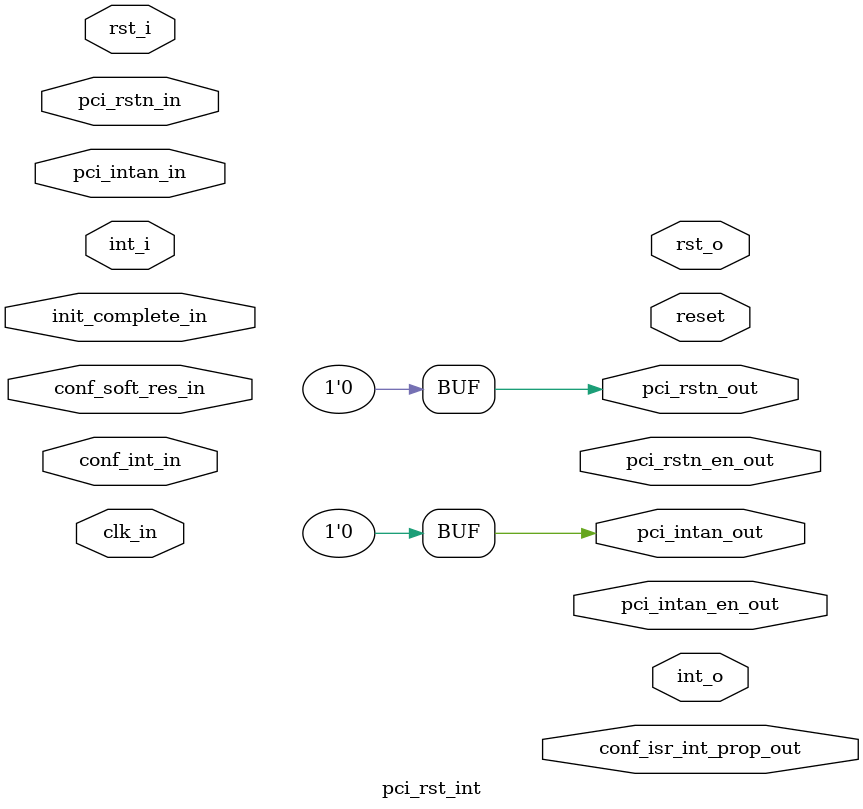
<source format=v>

`include "pci_constants.v"
`include "pci_out_reg.v"

`include "timescale.v"
// synopsys translate_on

// Module is used to switch appropriate reset and interrupt signals with few logic
module pci_rst_int
(
	clk_in,
	// reset signals
	rst_i,
	pci_rstn_in,
	conf_soft_res_in,
	reset,
	pci_rstn_out,
	pci_rstn_en_out,
	rst_o,
	// interrupt signals
	pci_intan_in,
	conf_int_in,
	int_i,
	pci_intan_out,
	pci_intan_en_out,
	int_o,
	conf_isr_int_prop_out,
    init_complete_in
);

input	clk_in;
// RESET inputs and outputs
input	rst_i;
input	pci_rstn_in;
input	conf_soft_res_in;
output	reset;
output	pci_rstn_out;
output	pci_rstn_en_out;
output	rst_o;

// INTERRUPT inputs and outputs
input	pci_intan_in;
input	conf_int_in;
input	int_i;
output	pci_intan_out;
output	pci_intan_en_out;
output	int_o;
output	conf_isr_int_prop_out;

input   init_complete_in ;

/*--------------------------------------------------------------------------------------------------------
RESET logic
--------------------------------------------------------------------------------------------------------*/
assign pci_rstn_out			= 1'b0 ;
// host implementation of the bridge gets its reset from WISHBONE bus - RST_I and propagates it to PCI bus
`ifdef HOST
  assign reset				= rst_i ;
  `ifdef ACTIVE_LOW_OE
  assign pci_rstn_en_out	= ~(rst_i || conf_soft_res_in) ;
  `else
  assign pci_rstn_en_out        = rst_i || conf_soft_res_in ;
  `endif
  assign rst_o				= 1'b0 ;
`else
// guest implementation of the bridge gets its reset from PCI bus - RST# and propagates it to WISHBONE bus
`ifdef GUEST
  assign reset 				= ~pci_rstn_in ;
  assign rst_o 				= (~pci_rstn_in) || conf_soft_res_in ;
  `ifdef ACTIVE_LOW_OE
  assign pci_rstn_en_out	        = 1'b1 ; // disabled
  `else
  assign pci_rstn_en_out                = 1'b0 ; // disabled
  `endif
`endif
`endif

/*--------------------------------------------------------------------------------------------------------
INTERRUPT logic
--------------------------------------------------------------------------------------------------------*/
assign pci_intan_out = 1'b0 ;
// host implementation of the bridge gets its interrupt from PCI bus - INTA# and propagates it to WISHBONE bus
`ifdef HOST
  assign conf_isr_int_prop_out  = ~pci_intan_in ;
  assign int_o                  = conf_int_in ;
  `ifdef ACTIVE_LOW_OE
  assign pci_intan_en_out       = 1'b1 ; // disabled
  `else
  assign pci_intan_en_out       = 1'b0 ; // disabled
  `endif
`else
// guest implementation of the bridge gets its interrupt from WISHBONE bus - INT_I and propagates it to PCI bus
`ifdef GUEST
    wire interrupt_a_en;
    pci_out_reg inta
    (
        .reset_in     ( reset ),
        .clk_in       ( clk_in) ,
        .dat_en_in    ( 1'b1 ),
        .en_en_in     ( init_complete_in ),
        .dat_in       ( 1'b0 ) , // active low
        .en_in        ( conf_int_in ) ,
        .en_out       ( interrupt_a_en ),
        .dat_out      ( )
    );
  assign conf_isr_int_prop_out = int_i ;
  assign int_o                 = 1'b0 ;
  assign pci_intan_en_out      = interrupt_a_en ;
`endif
`endif


endmodule

</source>
